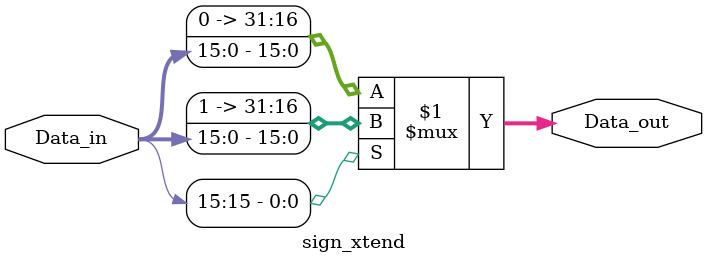
<source format=v>
module sign_xtend (
    input wire [15:0] Data_in,
    output wire [31:0] Data_out
);
    
    assign Data_out = (Data_in[15]) ? {{16{1'b1}}, Data_in} : {{16{1'b0}}, Data_in};

endmodule

</source>
